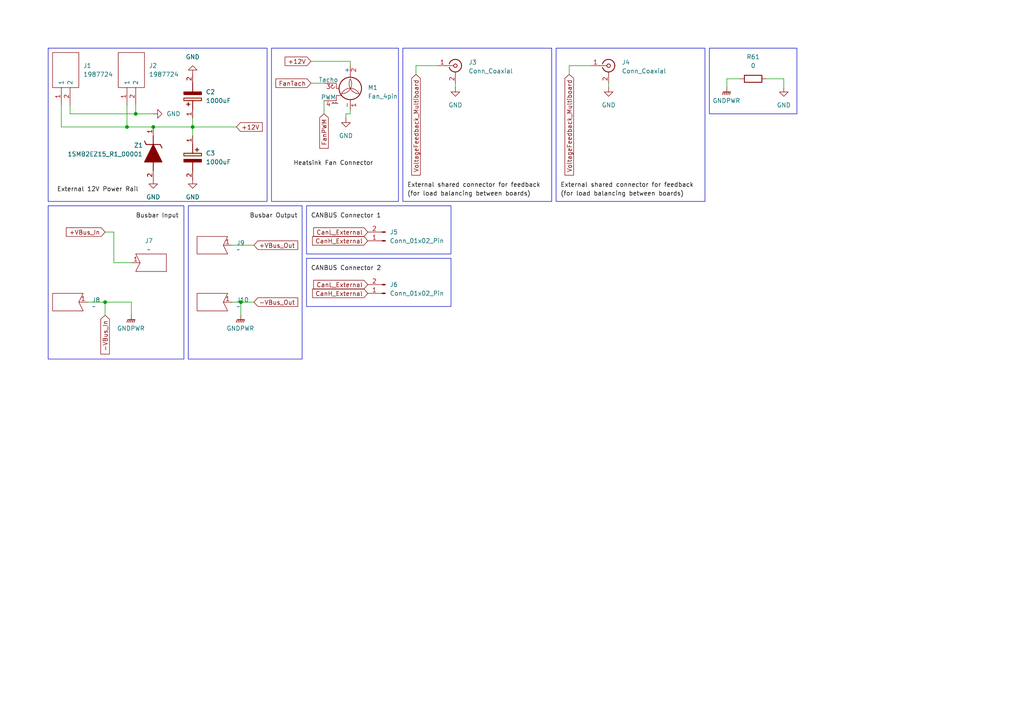
<source format=kicad_sch>
(kicad_sch (version 20250114) (generator "eeschema") (generator_version "9.0")
  (paper "A4")
  (title_block (title "5kw Modular Traction Inverter Boost Converter") (date "2025-02-02") (rev "1") (company "Rail Vehicle Traction Inverter") (comment 1 "UCSC") (comment 2 "Connectors"))
  (lib_symbols
    (symbol "Connector:Conn_01x02_Pin" (pin_names (offset 1.016) (hide yes))
      (property "Reference" "J" (at 0 2.54 0))
      (property "Value" "Conn_01x02_Pin" (at 0 -5.08 0))
      (symbol "Conn_01x02_Pin_1_1"
        (rectangle (start 0.8636 0.127) (end 0 -0.127) (stroke (width 0.1524)) (fill (type outline)))
        (rectangle (start 0.8636 -2.413) (end 0 -2.667) (stroke (width 0.1524)) (fill (type outline)))
        (polyline (pts (xy 1.27 0) (xy 0.8636 0)) (stroke (width 0.1524)))
        (polyline (pts (xy 1.27 -2.54) (xy 0.8636 -2.54)) (stroke (width 0.1524)))
        (pin passive line (at 5.08 0 180) (length 3.81) (name "Pin_1") (number "1"))
        (pin passive line (at 5.08 -2.54 180) (length 3.81) (name "Pin_2") (number "2"))
      )
    )
    (symbol "Connector:Conn_Coaxial" (pin_names (offset 1.016) (hide yes))
      (property "Reference" "J" (at 0.254 3.048 0))
      (property "Value" "Conn_Coaxial" (at 2.921 0 90))
      (symbol "Conn_Coaxial_0_1"
        (polyline (pts (xy -2.54 0) (xy -0.508 0)))
        (arc (start 1.778 0) (mid 0.222 -1.8079) (end -1.778 -0.508) (stroke (width 0.254)))
        (arc (start -1.778 0.508) (mid 0.2221 1.8084) (end 1.778 0) (stroke (width 0.254)))
        (circle (center 0 0) (radius 0.508) (stroke (width 0.2032)))
        (polyline (pts (xy 0 -2.54) (xy 0 -1.778)))
      )
      (symbol "Conn_Coaxial_1_1"
        (pin passive line (at -5.08 0 0) (length 2.54) (name "In") (number "1"))
        (pin passive line (at 0 -5.08 90) (length 2.54) (name "Ext") (number "2"))
      )
    )
    (symbol "Device:R" (pin_numbers (hide yes)) (pin_names (offset 0))
      (property "Reference" "R" (at 2.032 0 90))
      (property "Value" "R" (at 0 0 90))
      (symbol "R_0_1"
        (rectangle (start -1.016 -2.54) (end 1.016 2.54) (stroke (width 0.254)))
      )
      (symbol "R_1_1"
        (pin passive line (at 0 3.81 270) (length 1.27) (name "~") (number "1"))
        (pin passive line (at 0 -3.81 90) (length 1.27) (name "~") (number "2"))
      )
    )
    (symbol "InverterCom:1987724" (pin_names (offset 0.762))
      (property "Reference" "J" (at 16.51 7.62 0))
      (property "Value" "1987724" (at 16.51 5.08 0))
      (symbol "1987724_0_0"
        (pin passive line (at 0 0 0) (length 5.08) (name "1") (number "1"))
        (pin passive line (at 0 -2.54 0) (length 5.08) (name "2") (number "2"))
      )
      (symbol "1987724_0_1"
        (polyline (pts (xy 5.08 2.54) (xy 15.24 2.54) (xy 15.24 -5.08) (xy 5.08 -5.08) (xy 5.08 2.54)) (stroke (width 0.1524)))
      )
    )
    (symbol "InverterCom:1SMB2EZ15_R1_00001" (pin_names (hide yes))
      (property "Reference" "Z" (at 10.16 8.89 0))
      (property "Value" "1SMB2EZ15_R1_00001" (at 10.16 6.35 0))
      (symbol "1SMB2EZ15_R1_00001_1_1"
        (polyline (pts (xy 2.54 0) (xy 5.08 0)) (stroke (width 0.254)))
        (polyline (pts (xy 4.064 -2.54) (xy 5.08 -2.032)) (stroke (width 0.254)))
        (polyline (pts (xy 5.08 2.032) (xy 5.08 -2.032)) (stroke (width 0.254)))
        (polyline (pts (xy 5.08 2.032) (xy 6.096 2.54)) (stroke (width 0.254)))
        (polyline (pts (xy 5.08 0) (xy 10.16 2.54) (xy 10.16 -2.54) (xy 5.08 0)) (stroke (width 0.254)) (fill (type outline)))
        (polyline (pts (xy 12.7 0) (xy 10.16 0)) (stroke (width 0.254)))
        (pin passive line (at 0 0 0) (length 2.54) (name "K") (number "1"))
        (pin passive line (at 15.24 0 180) (length 2.54) (name "A") (number "2"))
      )
    )
    (symbol "InverterCom:UVY1E102MPD1TD" (pin_names (hide yes))
      (property "Reference" "C" (at 8.89 6.35 0))
      (property "Value" "UVY1E102MPD1TD" (at 8.89 3.81 0))
      (symbol "UVY1E102MPD1TD_1_1"
        (polyline (pts (xy 2.54 0) (xy 5.08 0)) (stroke (width 0.254)))
        (polyline (pts (xy 4.064 1.778) (xy 4.064 0.762)) (stroke (width 0.254)))
        (polyline (pts (xy 4.572 1.27) (xy 3.556 1.27)) (stroke (width 0.254)))
        (rectangle (start 5.08 2.54) (end 5.842 -2.54) (stroke (width 0.254)) (fill (type background)))
        (polyline (pts (xy 7.62 2.54) (xy 7.62 -2.54) (xy 6.858 -2.54) (xy 6.858 2.54) (xy 7.62 2.54)) (stroke (width 0.254)) (fill (type outline)))
        (polyline (pts (xy 7.62 0) (xy 10.16 0)) (stroke (width 0.254)))
        (pin passive line (at 0 0 0) (length 2.54) (name "+") (number "1"))
        (pin passive line (at 12.7 0 180) (length 2.54) (name "-") (number "2"))
      )
    )
    (symbol "InverterCom:WireSolderJoint"
      (property "Reference" "J" (at 0 4.064 0))
      (symbol "WireSolderJoint_0_1"
        (polyline (pts (xy 0 0) (xy -1.27 2.54) (xy 7.62 2.54) (xy 7.62 -2.54) (xy -1.27 -2.54) (xy 0 0)))
      )
      (symbol "WireSolderJoint_1_1"
        (pin passive line (at -2.54 0 0) (length 2.54) (name "") (number "1"))
      )
    )
    (symbol "Motor:Fan_4pin" (pin_names (offset 0))
      (property "Reference" "M" (at 2.54 5.08 0))
      (property "Value" "Fan_4pin" (at 2.54 -2.54 0))
      (symbol "Fan_4pin_0_0"
        (polyline (pts (xy -5.08 2.032) (xy -5.334 2.159)))
        (polyline (pts (xy -5.08 2.032) (xy -5.207 1.778)))
        (arc (start -4.572 1.524) (mid -5.08 1.0182) (end -5.588 1.524))
        (arc (start -5.588 1.524) (mid -5.4392 1.8832) (end -5.08 2.032))
        (polyline (pts (xy -4.064 2.54) (xy -4.064 1.016) (xy -3.302 1.016)))
      )
      (symbol "Fan_4pin_0_1"
        (polyline (pts (xy -5.334 -3.302) (xy -5.08 -3.302) (xy -5.08 -3.048) (xy -4.826 -3.048) (xy -4.826 -3.302) (xy -4.318 -3.302) (xy -4.318 -3.048) (xy -4.064 -3.048) (xy -4.064 -3.302) (xy -3.556 -3.302)))
        (polyline (pts (xy -4.064 2.54) (xy -5.08 2.54)))
        (polyline (pts (xy -2.54 -1.016) (xy -4.064 -1.016) (xy -4.064 -2.54) (xy -5.08 -2.54)))
        (arc (start 0 3.81) (mid -0.0015 0.9048) (end -2.54 -0.508))
        (polyline (pts (xy 0 4.572) (xy 0 5.08)))
        (polyline (pts (xy 0 4.2672) (xy 0 4.6228)))
        (circle (center 0 1.016) (radius 3.2512) (stroke (width 0.254)))
        (arc (start -2.54 -0.508) (mid 0 1.0618) (end 2.54 -0.508))
        (polyline (pts (xy 0 -2.2352) (xy 0 -2.6416)))
        (polyline (pts (xy 0 -5.08) (xy 0 -4.572)))
        (arc (start 2.54 -0.508) (mid 0.047 0.9315) (end 0 3.81))
      )
      (symbol "Fan_4pin_1_1"
        (pin passive line (at -7.62 2.54 0) (length 2.54) (name "Tacho") (number "3"))
        (pin input line (at -7.62 -2.54 0) (length 2.54) (name "PWM") (number "4"))
        (pin passive line (at 0 7.62 270) (length 2.54) (name "+") (number "2"))
        (pin passive line (at 0 -5.08 90) (length 2.54) (name "-") (number "1"))
      )
    )
    (symbol "power:GND" (power) (pin_numbers (hide yes)) (pin_names (offset 0) (hide yes))
      (property "Value" "GND" (at 0 -3.81 0))
      (symbol "GND_0_1"
        (polyline (pts (xy 0 0) (xy 0 -1.27) (xy 1.27 -1.27) (xy 0 -2.54) (xy -1.27 -1.27) (xy 0 -1.27)))
      )
      (symbol "GND_1_1"
        (pin power_in line (at 0 0 270) (length 0) (name "~") (number "1"))
      )
    )
    (symbol "power:GNDPWR" (power) (pin_numbers (hide yes)) (pin_names (offset 0) (hide yes))
      (property "Value" "GNDPWR" (at 0 -3.302 0))
      (symbol "GNDPWR_0_1"
        (polyline (pts (xy -1.016 -1.27) (xy -1.27 -2.032) (xy -1.27 -2.032)) (stroke (width 0.2032)))
        (polyline (pts (xy -0.508 -1.27) (xy -0.762 -2.032) (xy -0.762 -2.032)) (stroke (width 0.2032)))
        (polyline (pts (xy 0 -1.27) (xy 0 0)))
        (polyline (pts (xy 0 -1.27) (xy -0.254 -2.032) (xy -0.254 -2.032)) (stroke (width 0.2032)))
        (polyline (pts (xy 0.508 -1.27) (xy 0.254 -2.032) (xy 0.254 -2.032)) (stroke (width 0.2032)))
        (polyline (pts (xy 1.016 -1.27) (xy -1.016 -1.27) (xy -1.016 -1.27)) (stroke (width 0.2032)))
        (polyline (pts (xy 1.016 -1.27) (xy 0.762 -2.032) (xy 0.762 -2.032) (xy 0.762 -2.032)) (stroke (width 0.2032)))
      )
      (symbol "GNDPWR_1_1"
        (pin power_in line (at 0 0 270) (length 0) (name "~") (number "1"))
      )
    )
  )
  (rectangle (start 88.9 74.93) (end 130.81 88.9))
  (rectangle (start 205.74 13.97) (end 231.14 33.02))
  (rectangle (start 13.97 13.97) (end 77.47 58.42))
  (rectangle (start 161.29 13.97) (end 204.47 58.42))
  (rectangle (start 78.74 13.97) (end 115.57 58.42))
  (rectangle (start 54.61 59.69) (end 87.63 104.14))
  (rectangle (start 88.9 59.69) (end 130.81 73.66))
  (rectangle (start 116.84 13.97) (end 160.02 58.42))
  (rectangle (start 13.97 59.69) (end 53.34 104.14))
  (junction (at 39.37 33.02))
  (junction (at 36.83 36.83))
  (junction (at 55.88 36.83))
  (junction (at 44.45 36.83))
  (junction (at 69.85 87.63))
  (junction (at 30.48 87.63))
  (wire (pts (xy 36.83 36.83) (xy 17.78 36.83)))
  (wire (pts (xy 176.53 24.13) (xy 176.53 25.4)))
  (wire (pts (xy 36.83 36.83) (xy 44.45 36.83)))
  (wire (pts (xy 39.37 33.02) (xy 39.37 30.48)))
  (wire (pts (xy 25.4 87.63) (xy 30.48 87.63)))
  (wire (pts (xy 36.83 30.48) (xy 36.83 36.83)))
  (wire (pts (xy 93.98 33.02) (xy 93.98 29.21)))
  (wire (pts (xy 39.37 33.02) (xy 44.45 33.02)))
  (wire (pts (xy 30.48 87.63) (xy 38.1 87.63)))
  (wire (pts (xy 101.6 33.02) (xy 100.33 33.02)))
  (wire (pts (xy 90.17 24.13) (xy 93.98 24.13)))
  (wire (pts (xy 101.6 17.78) (xy 101.6 19.05)))
  (wire (pts (xy 132.08 24.13) (xy 132.08 25.4)))
  (wire (pts (xy 33.02 67.31) (xy 30.48 67.31)))
  (wire (pts (xy 44.45 36.83) (xy 55.88 36.83)))
  (wire (pts (xy 165.1 21.59) (xy 165.1 19.05)))
  (wire (pts (xy 222.25 22.86) (xy 227.33 22.86)))
  (wire (pts (xy 90.17 17.78) (xy 101.6 17.78)))
  (wire (pts (xy 101.6 31.75) (xy 101.6 33.02)))
  (wire (pts (xy 33.02 76.2) (xy 38.1 76.2)))
  (wire (pts (xy 210.82 22.86) (xy 210.82 25.4)))
  (wire (pts (xy 33.02 67.31) (xy 33.02 76.2)))
  (wire (pts (xy 120.65 21.59) (xy 120.65 19.05)))
  (wire (pts (xy 100.33 33.02) (xy 100.33 34.29)))
  (wire (pts (xy 67.31 87.63) (xy 69.85 87.63)))
  (wire (pts (xy 20.32 33.02) (xy 39.37 33.02)))
  (wire (pts (xy 69.85 87.63) (xy 73.66 87.63)))
  (wire (pts (xy 20.32 30.48) (xy 20.32 33.02)))
  (wire (pts (xy 55.88 36.83) (xy 55.88 39.37)))
  (wire (pts (xy 38.1 87.63) (xy 38.1 91.44)))
  (wire (pts (xy 165.1 19.05) (xy 171.45 19.05)))
  (wire (pts (xy 17.78 36.83) (xy 17.78 30.48)))
  (wire (pts (xy 210.82 22.86) (xy 214.63 22.86)))
  (wire (pts (xy 30.48 87.63) (xy 30.48 91.44)))
  (wire (pts (xy 67.31 71.12) (xy 73.66 71.12)))
  (wire (pts (xy 69.85 87.63) (xy 69.85 91.44)))
  (wire (pts (xy 227.33 22.86) (xy 227.33 25.4)))
  (wire (pts (xy 120.65 19.05) (xy 127 19.05)))
  (wire (pts (xy 55.88 34.29) (xy 55.88 36.83)))
  (wire (pts (xy 55.88 36.83) (xy 68.58 36.83)))
  (label "CANBUS Connector 2" (at 90.17 78.74 0))
  (label "External shared connector for feedback" (at 162.56 54.61 0))
  (label "External 12V Power Rail" (at 16.51 55.88 0))
  (label "External shared connector for feedback" (at 118.11 54.61 0))
  (label "CANBUS Connector 1" (at 90.17 63.5 0))
  (label "(for load balancing between boards)" (at 118.11 57.15 0))
  (label "(for load balancing between boards)" (at 162.56 57.15 0))
  (label "Busbar Input" (at 39.37 63.5 0))
  (label "Busbar Output" (at 72.39 63.5 0))
  (label "Heatsink Fan Connector" (at 85.09 48.26 0))
  (global_label "FanTach" (shape input) (at 90.17 24.13 180) (property "Intersheetrefs" "${INTERSHEET_REFS}" (effects (hide yes))))
  (global_label "-VBus_In" (shape input) (at 30.48 91.44 270) (property "Intersheetrefs" "${INTERSHEET_REFS}" (effects (hide yes))))
  (global_label "CanL_External" (shape input) (at 106.68 82.55 180) (property "Intersheetrefs" "${INTERSHEET_REFS}" (effects (hide yes))))
  (global_label "+VBus_Out" (shape input) (at 73.66 71.12 0) (property "Intersheetrefs" "${INTERSHEET_REFS}" (effects (hide yes))))
  (global_label "+12V" (shape input) (at 90.17 17.78 180) (property "Intersheetrefs" "${INTERSHEET_REFS}" (effects (hide yes))))
  (global_label "+12V" (shape input) (at 68.58 36.83 0) (property "Intersheetrefs" "${INTERSHEET_REFS}" (effects (hide yes))))
  (global_label "VoltageFeedback_Multiboard" (shape input) (at 165.1 21.59 270) (property "Intersheetrefs" "${INTERSHEET_REFS}" (effects (hide yes))))
  (global_label "CanH_External" (shape input) (at 106.68 69.85 180) (property "Intersheetrefs" "${INTERSHEET_REFS}" (effects (hide yes))))
  (global_label "FanPWM" (shape input) (at 93.98 33.02 270) (property "Intersheetrefs" "${INTERSHEET_REFS}" (effects (hide yes))))
  (global_label "-VBus_Out" (shape input) (at 73.66 87.63 0) (property "Intersheetrefs" "${INTERSHEET_REFS}" (effects (hide yes))))
  (global_label "CanL_External" (shape input) (at 106.68 67.31 180) (property "Intersheetrefs" "${INTERSHEET_REFS}" (effects (hide yes))))
  (global_label "VoltageFeedback_Multiboard" (shape input) (at 120.65 21.59 270) (property "Intersheetrefs" "${INTERSHEET_REFS}" (effects (hide yes))))
  (global_label "CanH_External" (shape input) (at 106.68 85.09 180) (property "Intersheetrefs" "${INTERSHEET_REFS}" (effects (hide yes))))
  (global_label "+VBus_In" (shape input) (at 30.48 67.31 180) (property "Intersheetrefs" "${INTERSHEET_REFS}" (effects (hide yes))))
  (symbol (lib_id "power:GND") (at 132.08 25.4 0) (unit 1)
    (property "Reference" "#PWR076" (effects (hide yes)))
    (property "Value" "GND" (at 132.08 30.48 0))
    (property "Description" "Power symbol creates a global label with name \"GND\" , ground" (effects (hide yes)))
  )
  (symbol (lib_id "power:GNDPWR") (at 38.1 91.44 0) (unit 1)
    (property "Reference" "#PWR09" (effects (hide yes)))
    (property "Value" "GNDPWR" (at 37.973 95.25 0))
    (property "Description" "Power symbol creates a global label with name \"GNDPWR\" , global ground" (effects (hide yes)))
  )
  (symbol (lib_id "power:GND") (at 44.45 52.07 0) (unit 1)
    (property "Reference" "#PWR02" (effects (hide yes)))
    (property "Value" "GND" (at 44.45 57.15 0))
    (property "Description" "Power symbol creates a global label with name \"GND\" , ground" (effects (hide yes)))
  )
  (symbol (lib_id "Motor:Fan_4pin") (at 101.6 26.67 0) (unit 1)
    (property "Reference" "M1" (at 106.68 25.3999 0) (effects (justify left)))
    (property "Value" "Fan_4pin" (at 106.68 27.9399 0) (effects (justify left)))
    (property "Footprint" "Connector:FanPinHeader_1x04_P2.54mm_Vertical" (effects (hide yes)))
    (property "Datasheet" "http://www.formfactors.org/developer%5Cspecs%5Crev1_2_public.pdf" (effects (hide yes)))
    (property "Description" "Fan, tacho output, PWM input, 4-pin connector" (effects (hide yes)))
  )
  (symbol (lib_id "power:GND") (at 55.88 52.07 0) (unit 1)
    (property "Reference" "#PWR05" (effects (hide yes)))
    (property "Value" "GND" (at 55.88 57.15 0))
    (property "Description" "Power symbol creates a global label with name \"GND\" , ground" (effects (hide yes)))
  )
  (symbol (lib_id "InverterCom:1987724") (at 17.78 30.48 90) (unit 1)
    (property "Reference" "J1" (at 24.13 19.0499 90) (effects (justify right)))
    (property "Value" "1987724" (at 24.13 21.5899 90) (effects (justify right)))
    (property "Footprint" "InverterCom:1987724" (effects (hide yes)))
    (property "Datasheet" "https://datasheet.datasheetarchive.com/originals/distributors/Datasheets-DGA18/1075322.pdf" (effects (hide yes)))
    (property "Description" "Phoenix Contact PT 2.5/ 2-5.0-V PCB Terminal Block, 2 Way/Pole, Screw Terminals, 20  10 AWG Through Hole," (effects (hide yes)))
    (property "Description_1" "Phoenix Contact PT 2.5/ 2-5.0-V PCB Terminal Block, 2 Way/Pole, Screw Terminals, 20  10 AWG Through Hole," (effects (hide yes)))
    (property "Height" "9.15" (effects (hide yes)))
    (property "Mouser Part Number" "651-1987724" (effects (hide yes)))
    (property "Mouser Price/Stock" "https://www.mouser.co.uk/ProductDetail/Phoenix-Contact/1987724?qs=gjk32EaArKIePzXcIKo3jg%3D%3D" (effects (hide yes)))
    (property "Manufacturer_Name" "Phoenix Contact" (effects (hide yes)))
    (property "Manufacturer_Part_Number" "1987724" (effects (hide yes)))
  )
  (symbol (lib_id "InverterCom:1987724") (at 36.83 30.48 90) (unit 1)
    (property "Reference" "J2" (at 43.18 19.0499 90) (effects (justify right)))
    (property "Value" "1987724" (at 43.18 21.5899 90) (effects (justify right)))
    (property "Footprint" "InverterCom:1987724" (effects (hide yes)))
    (property "Datasheet" "https://datasheet.datasheetarchive.com/originals/distributors/Datasheets-DGA18/1075322.pdf" (effects (hide yes)))
    (property "Description" "Phoenix Contact PT 2.5/ 2-5.0-V PCB Terminal Block, 2 Way/Pole, Screw Terminals, 20  10 AWG Through Hole," (effects (hide yes)))
    (property "Description_1" "Phoenix Contact PT 2.5/ 2-5.0-V PCB Terminal Block, 2 Way/Pole, Screw Terminals, 20  10 AWG Through Hole," (effects (hide yes)))
    (property "Height" "9.15" (effects (hide yes)))
    (property "Mouser Part Number" "651-1987724" (effects (hide yes)))
    (property "Mouser Price/Stock" "https://www.mouser.co.uk/ProductDetail/Phoenix-Contact/1987724?qs=gjk32EaArKIePzXcIKo3jg%3D%3D" (effects (hide yes)))
    (property "Manufacturer_Name" "Phoenix Contact" (effects (hide yes)))
    (property "Manufacturer_Part_Number" "1987724" (effects (hide yes)))
  )
  (symbol (lib_id "power:GND") (at 100.33 34.29 0) (unit 1)
    (property "Reference" "#PWR08" (effects (hide yes)))
    (property "Value" "GND" (at 100.33 39.37 0))
    (property "Description" "Power symbol creates a global label with name \"GND\" , ground" (effects (hide yes)))
  )
  (symbol (lib_id "power:GNDPWR") (at 69.85 91.44 0) (unit 1)
    (property "Reference" "#PWR010" (effects (hide yes)))
    (property "Value" "GNDPWR" (at 69.723 95.25 0))
    (property "Description" "Power symbol creates a global label with name \"GNDPWR\" , global ground" (effects (hide yes)))
  )
  (symbol (lib_id "power:GND") (at 55.88 21.59 180) (unit 1)
    (property "Reference" "#PWR04" (effects (hide yes)))
    (property "Value" "GND" (at 55.88 16.51 0))
    (property "Description" "Power symbol creates a global label with name \"GND\" , ground" (effects (hide yes)))
  )
  (symbol (lib_id "power:GND") (at 227.33 25.4 0) (unit 1)
    (property "Reference" "#PWR078" (effects (hide yes)))
    (property "Value" "GND" (at 227.33 30.48 0))
    (property "Description" "Power symbol creates a global label with name \"GND\" , ground" (effects (hide yes)))
  )
  (symbol (lib_id "Connector:Conn_01x02_Pin") (at 111.76 69.85 180) (unit 1)
    (property "Reference" "J5" (at 113.03 67.3099 0) (effects (justify right)))
    (property "Value" "Conn_01x02_Pin" (at 113.03 69.8499 0) (effects (justify right)))
    (property "Footprint" "Connector_PinSocket_2.54mm:PinSocket_1x02_P2.54mm_Vertical" (effects (hide yes)))
    (property "Description" "Generic connector, single row, 01x02, script generated" (effects (hide yes)))
  )
  (symbol (lib_id "power:GND") (at 176.53 25.4 0) (unit 1)
    (property "Reference" "#PWR079" (effects (hide yes)))
    (property "Value" "GND" (at 176.53 30.48 0))
    (property "Description" "Power symbol creates a global label with name \"GND\" , ground" (effects (hide yes)))
  )
  (symbol (lib_id "Device:R") (at 218.44 22.86 90) (unit 1)
    (property "Reference" "R61" (at 218.44 16.51 90))
    (property "Value" "0" (at 218.44 19.05 90))
    (property "Footprint" "Resistor_SMD:R_1210_3225Metric_Pad1.30x2.65mm_HandSolder" (effects (hide yes)))
    (property "Description" "Resistor" (effects (hide yes)))
  )
  (symbol (lib_id "InverterCom:WireSolderJoint") (at 64.77 87.63 180) (unit 1)
    (property "Reference" "J10" (at 68.58 86.9949 0) (effects (justify right)))
    (property "Value" "~" (at 68.58 88.9 0) (effects (justify right)))
    (property "Footprint" "InverterCom:WireSolderJoint" (effects (hide yes)))
  )
  (symbol (lib_id "InverterCom:WireSolderJoint") (at 64.77 71.12 180) (unit 1)
    (property "Reference" "J9" (at 68.58 70.4849 0) (effects (justify right)))
    (property "Value" "~" (at 68.58 72.39 0) (effects (justify right)))
    (property "Footprint" "InverterCom:WireSolderJoint" (effects (hide yes)))
  )
  (symbol (lib_id "InverterCom:UVY1E102MPD1TD") (at 55.88 39.37 270) (unit 1)
    (property "Reference" "C3" (at 59.69 44.4499 90) (effects (justify left)))
    (property "Value" "1000uF" (at 59.69 46.9899 90) (effects (justify left)))
    (property "Footprint" "InverterCom:CAPPRD500W60D1025H1750" (effects (hide yes)))
    (property "Datasheet" "https://componentsearchengine.com/Datasheets/5/UVY1E102MPD1TD.pdf" (effects (hide yes)))
    (property "Description" "Cap Aluminum Lytic 1000uF 25V 20% (10 X 16mm) Radial 5mm 610mA 1000h 105C Ammo" (effects (hide yes)))
    (property "Height" "17.5" (effects (hide yes)))
    (property "Mouser Part Number" "647-UVY1E102MPD1TD" (effects (hide yes)))
    (property "Mouser Price/Stock" "https://www.mouser.co.uk/ProductDetail/Nichicon/UVY1E102MPD1TD?qs=gtReTMvImqniEnVqgrfK9Q%3D%3D" (effects (hide yes)))
    (property "Manufacturer_Name" "Nichicon" (effects (hide yes)))
    (property "Manufacturer_Part_Number" "UVY1E102MPD1TD" (effects (hide yes)))
  )
  (symbol (lib_id "InverterCom:WireSolderJoint") (at 40.64 76.2 0) (unit 1)
    (property "Reference" "J7" (at 43.18 69.85 0))
    (property "Value" "~" (at 43.18 72.39 0))
    (property "Footprint" "InverterCom:WireSolderJoint" (effects (hide yes)))
  )
  (symbol (lib_id "power:GNDPWR") (at 210.82 25.4 0) (unit 1)
    (property "Reference" "#PWR077" (effects (hide yes)))
    (property "Value" "GNDPWR" (at 210.693 29.21 0))
    (property "Description" "Power symbol creates a global label with name \"GNDPWR\" , global ground" (effects (hide yes)))
  )
  (symbol (lib_id "InverterCom:UVY1E102MPD1TD") (at 55.88 34.29 90) (unit 1)
    (property "Reference" "C2" (at 59.69 26.6699 90) (effects (justify right)))
    (property "Value" "1000uF" (at 59.69 29.2099 90) (effects (justify right)))
    (property "Footprint" "InverterCom:CAPPRD500W60D1025H1750" (effects (hide yes)))
    (property "Datasheet" "https://componentsearchengine.com/Datasheets/5/UVY1E102MPD1TD.pdf" (effects (hide yes)))
    (property "Description" "Cap Aluminum Lytic 1000uF 25V 20% (10 X 16mm) Radial 5mm 610mA 1000h 105C Ammo" (effects (hide yes)))
    (property "Height" "17.5" (effects (hide yes)))
    (property "Mouser Part Number" "647-UVY1E102MPD1TD" (effects (hide yes)))
    (property "Mouser Price/Stock" "https://www.mouser.co.uk/ProductDetail/Nichicon/UVY1E102MPD1TD?qs=gtReTMvImqniEnVqgrfK9Q%3D%3D" (effects (hide yes)))
    (property "Manufacturer_Name" "Nichicon" (effects (hide yes)))
    (property "Manufacturer_Part_Number" "UVY1E102MPD1TD" (effects (hide yes)))
  )
  (symbol (lib_id "Connector:Conn_Coaxial") (at 132.08 19.05 0) (unit 1)
    (property "Reference" "J3" (at 135.89 18.0731 0) (effects (justify left)))
    (property "Value" "Conn_Coaxial" (at 135.89 20.6131 0) (effects (justify left)))
    (property "Footprint" "Connector_Coaxial:SMA_Wurth_60312002114503_Vertical" (effects (hide yes)))
    (property "Description" "coaxial connector (BNC, SMA, SMB, SMC, Cinch/RCA, LEMO, ...)" (effects (hide yes)))
  )
  (symbol (lib_id "power:GND") (at 44.45 33.02 90) (unit 1)
    (property "Reference" "#PWR01" (effects (hide yes)))
    (property "Value" "GND" (at 48.26 33.0199 90) (effects (justify right)))
    (property "Description" "Power symbol creates a global label with name \"GND\" , ground" (effects (hide yes)))
  )
  (symbol (lib_id "InverterCom:1SMB2EZ15_R1_00001") (at 44.45 36.83 270) (unit 1)
    (property "Reference" "Z1" (at 38.862 42.164 90) (effects (justify left)))
    (property "Value" "1SMB2EZ15_R1_00001" (at 19.558 44.704 90) (effects (justify left)))
    (property "Footprint" "InverterCom:1SMB2EZ15_R1_00001" (effects (hide yes)))
    (property "Datasheet" "https://www.panjit.com.tw/upload/datasheet/1SMB2EZ6.8_SERIES.pdf" (effects (hide yes)))
    (property "Description" "Zener Diode 15 V 2 W +/-5% Surface Mount SMB (DO-214AA)" (effects (hide yes)))
    (property "Height" "2.44" (effects (hide yes)))
    (property "Mouser Part Number" "241-1SMB2EZ15R100001" (effects (hide yes)))
    (property "Mouser Price/Stock" "https://www.mouser.co.uk/ProductDetail/Panjit/1SMB2EZ15_R1_00001?qs=sPbYRqrBIVlScXzJBeNObw%3D%3D" (effects (hide yes)))
    (property "Manufacturer_Name" "PANJIT" (effects (hide yes)))
    (property "Manufacturer_Part_Number" "1SMB2EZ15_R1_00001" (effects (hide yes)))
  )
  (symbol (lib_id "Connector:Conn_01x02_Pin") (at 111.76 85.09 180) (unit 1)
    (property "Reference" "J6" (at 113.03 82.5499 0) (effects (justify right)))
    (property "Value" "Conn_01x02_Pin" (at 113.03 85.0899 0) (effects (justify right)))
    (property "Footprint" "Connector_PinSocket_2.54mm:PinSocket_1x02_P2.54mm_Vertical" (effects (hide yes)))
    (property "Description" "Generic connector, single row, 01x02, script generated" (effects (hide yes)))
  )
  (symbol (lib_id "Connector:Conn_Coaxial") (at 176.53 19.05 0) (unit 1)
    (property "Reference" "J4" (at 180.34 18.0731 0) (effects (justify left)))
    (property "Value" "Conn_Coaxial" (at 180.34 20.6131 0) (effects (justify left)))
    (property "Footprint" "Connector_Coaxial:SMA_Wurth_60312002114503_Vertical" (effects (hide yes)))
    (property "Description" "coaxial connector (BNC, SMA, SMB, SMC, Cinch/RCA, LEMO, ...)" (effects (hide yes)))
  )
  (symbol (lib_id "InverterCom:WireSolderJoint") (at 22.86 87.63 180) (unit 1)
    (property "Reference" "J8" (at 26.67 86.9949 0) (effects (justify right)))
    (property "Value" "~" (at 26.67 88.9 0) (effects (justify right)))
    (property "Footprint" "InverterCom:WireSolderJoint" (effects (hide yes)))
  )
)
</source>
